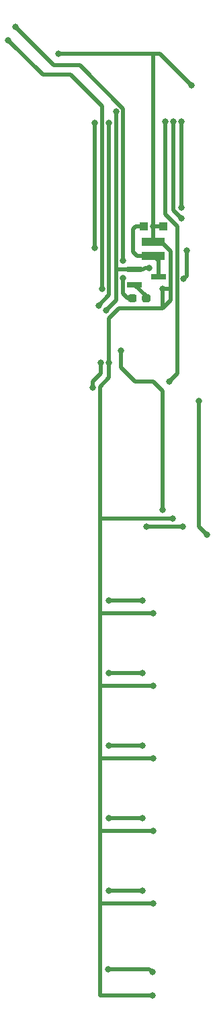
<source format=gbr>
G04 #@! TF.GenerationSoftware,KiCad,Pcbnew,(5.1.0)-1*
G04 #@! TF.CreationDate,2019-07-29T16:37:05-07:00*
G04 #@! TF.ProjectId,Watch V4,57617463-6820-4563-942e-6b696361645f,rev?*
G04 #@! TF.SameCoordinates,Original*
G04 #@! TF.FileFunction,Copper,L2,Bot*
G04 #@! TF.FilePolarity,Positive*
%FSLAX46Y46*%
G04 Gerber Fmt 4.6, Leading zero omitted, Abs format (unit mm)*
G04 Created by KiCad (PCBNEW (5.1.0)-1) date 2019-07-29 16:37:05*
%MOMM*%
%LPD*%
G04 APERTURE LIST*
%ADD10R,3.000000X1.000000*%
%ADD11R,1.000000X1.000000*%
%ADD12C,0.100000*%
%ADD13C,0.950000*%
%ADD14R,1.900000X0.800000*%
%ADD15C,0.800000*%
%ADD16C,0.500000*%
G04 APERTURE END LIST*
D10*
X153416000Y-60579000D03*
X153416000Y-58801000D03*
D11*
X152166000Y-56896000D03*
X154666000Y-56896000D03*
D12*
G36*
X151073779Y-65439144D02*
G01*
X151096834Y-65442563D01*
X151119443Y-65448227D01*
X151141387Y-65456079D01*
X151162457Y-65466044D01*
X151182448Y-65478026D01*
X151201168Y-65491910D01*
X151218438Y-65507562D01*
X151234090Y-65524832D01*
X151247974Y-65543552D01*
X151259956Y-65563543D01*
X151269921Y-65584613D01*
X151277773Y-65606557D01*
X151283437Y-65629166D01*
X151286856Y-65652221D01*
X151288000Y-65675500D01*
X151288000Y-66150500D01*
X151286856Y-66173779D01*
X151283437Y-66196834D01*
X151277773Y-66219443D01*
X151269921Y-66241387D01*
X151259956Y-66262457D01*
X151247974Y-66282448D01*
X151234090Y-66301168D01*
X151218438Y-66318438D01*
X151201168Y-66334090D01*
X151182448Y-66347974D01*
X151162457Y-66359956D01*
X151141387Y-66369921D01*
X151119443Y-66377773D01*
X151096834Y-66383437D01*
X151073779Y-66386856D01*
X151050500Y-66388000D01*
X150475500Y-66388000D01*
X150452221Y-66386856D01*
X150429166Y-66383437D01*
X150406557Y-66377773D01*
X150384613Y-66369921D01*
X150363543Y-66359956D01*
X150343552Y-66347974D01*
X150324832Y-66334090D01*
X150307562Y-66318438D01*
X150291910Y-66301168D01*
X150278026Y-66282448D01*
X150266044Y-66262457D01*
X150256079Y-66241387D01*
X150248227Y-66219443D01*
X150242563Y-66196834D01*
X150239144Y-66173779D01*
X150238000Y-66150500D01*
X150238000Y-65675500D01*
X150239144Y-65652221D01*
X150242563Y-65629166D01*
X150248227Y-65606557D01*
X150256079Y-65584613D01*
X150266044Y-65563543D01*
X150278026Y-65543552D01*
X150291910Y-65524832D01*
X150307562Y-65507562D01*
X150324832Y-65491910D01*
X150343552Y-65478026D01*
X150363543Y-65466044D01*
X150384613Y-65456079D01*
X150406557Y-65448227D01*
X150429166Y-65442563D01*
X150452221Y-65439144D01*
X150475500Y-65438000D01*
X151050500Y-65438000D01*
X151073779Y-65439144D01*
X151073779Y-65439144D01*
G37*
D13*
X150763000Y-65913000D03*
D12*
G36*
X152823779Y-65439144D02*
G01*
X152846834Y-65442563D01*
X152869443Y-65448227D01*
X152891387Y-65456079D01*
X152912457Y-65466044D01*
X152932448Y-65478026D01*
X152951168Y-65491910D01*
X152968438Y-65507562D01*
X152984090Y-65524832D01*
X152997974Y-65543552D01*
X153009956Y-65563543D01*
X153019921Y-65584613D01*
X153027773Y-65606557D01*
X153033437Y-65629166D01*
X153036856Y-65652221D01*
X153038000Y-65675500D01*
X153038000Y-66150500D01*
X153036856Y-66173779D01*
X153033437Y-66196834D01*
X153027773Y-66219443D01*
X153019921Y-66241387D01*
X153009956Y-66262457D01*
X152997974Y-66282448D01*
X152984090Y-66301168D01*
X152968438Y-66318438D01*
X152951168Y-66334090D01*
X152932448Y-66347974D01*
X152912457Y-66359956D01*
X152891387Y-66369921D01*
X152869443Y-66377773D01*
X152846834Y-66383437D01*
X152823779Y-66386856D01*
X152800500Y-66388000D01*
X152225500Y-66388000D01*
X152202221Y-66386856D01*
X152179166Y-66383437D01*
X152156557Y-66377773D01*
X152134613Y-66369921D01*
X152113543Y-66359956D01*
X152093552Y-66347974D01*
X152074832Y-66334090D01*
X152057562Y-66318438D01*
X152041910Y-66301168D01*
X152028026Y-66282448D01*
X152016044Y-66262457D01*
X152006079Y-66241387D01*
X151998227Y-66219443D01*
X151992563Y-66196834D01*
X151989144Y-66173779D01*
X151988000Y-66150500D01*
X151988000Y-65675500D01*
X151989144Y-65652221D01*
X151992563Y-65629166D01*
X151998227Y-65606557D01*
X152006079Y-65584613D01*
X152016044Y-65563543D01*
X152028026Y-65543552D01*
X152041910Y-65524832D01*
X152057562Y-65507562D01*
X152074832Y-65491910D01*
X152093552Y-65478026D01*
X152113543Y-65466044D01*
X152134613Y-65456079D01*
X152156557Y-65448227D01*
X152179166Y-65442563D01*
X152202221Y-65439144D01*
X152225500Y-65438000D01*
X152800500Y-65438000D01*
X152823779Y-65439144D01*
X152823779Y-65439144D01*
G37*
D13*
X152513000Y-65913000D03*
D14*
X151027000Y-64196000D03*
X151027000Y-62296000D03*
X154027000Y-63246000D03*
D15*
X156972000Y-54483000D03*
X154940000Y-43688000D03*
X155956000Y-43688000D03*
X156972000Y-43688000D03*
X156972000Y-55880000D03*
X157607000Y-59944000D03*
X157226000Y-63500000D03*
X154559000Y-64770000D03*
X153416000Y-56896000D03*
X153289000Y-153797000D03*
X153416000Y-142240000D03*
X153416000Y-133096000D03*
X153416000Y-123952000D03*
X153416000Y-114808000D03*
X153416000Y-105664000D03*
X158242000Y-39116000D03*
X141414500Y-35115500D03*
X155829000Y-93726000D03*
X147828000Y-74041000D03*
X147701000Y-150495000D03*
X147828000Y-140589000D03*
X152019000Y-140589000D03*
X147828000Y-131445000D03*
X152019000Y-131445000D03*
X147828000Y-122301000D03*
X152019000Y-122301000D03*
X147828000Y-113157000D03*
X152019000Y-113157000D03*
X147447000Y-67437000D03*
X148717000Y-42418000D03*
X146812000Y-74041000D03*
X145796000Y-77216000D03*
X152019000Y-104013000D03*
X147828000Y-104013000D03*
X153289000Y-150876000D03*
X152908000Y-62103000D03*
X159131000Y-78867000D03*
X160147000Y-95758000D03*
X149606000Y-63373000D03*
X149606000Y-61214000D03*
X136017000Y-31750000D03*
X147828000Y-43815000D03*
X146494500Y-66865500D03*
X157099000Y-94742000D03*
X155448000Y-76454000D03*
X152527000Y-94742000D03*
X146050000Y-59563000D03*
X146050000Y-43815000D03*
X135128000Y-33401000D03*
X154559000Y-92583000D03*
X146939000Y-64770000D03*
X149352000Y-72517000D03*
D16*
X156972000Y-44253685D02*
X156972000Y-54483000D01*
X156972000Y-43688000D02*
X156972000Y-44253685D01*
X155956000Y-54864000D02*
X155956000Y-43688000D01*
X156972000Y-55880000D02*
X155956000Y-54864000D01*
X153416000Y-142240000D02*
X146685000Y-142240000D01*
X153416000Y-133096000D02*
X146685000Y-133096000D01*
X153416000Y-123952000D02*
X146685000Y-123952000D01*
X153416000Y-114808000D02*
X146685000Y-114808000D01*
X158242000Y-39116000D02*
X154241500Y-35115500D01*
X147828000Y-68453000D02*
X147828000Y-72898000D01*
X149098000Y-67183000D02*
X147828000Y-68453000D01*
X147828000Y-72898000D02*
X147828000Y-74041000D01*
X147828000Y-74041000D02*
X147828000Y-75411963D01*
X147828000Y-75411963D02*
X147828000Y-75946000D01*
X147828000Y-75946000D02*
X146685000Y-77089000D01*
X148590000Y-93726000D02*
X146685000Y-93726000D01*
X155829000Y-93726000D02*
X148590000Y-93726000D01*
X146685000Y-77089000D02*
X146685000Y-93726000D01*
X153416000Y-105664000D02*
X146685000Y-105664000D01*
X146685000Y-93726000D02*
X146685000Y-105664000D01*
X152723315Y-153797000D02*
X146685000Y-153797000D01*
X153289000Y-153797000D02*
X152723315Y-153797000D01*
X146685000Y-105664000D02*
X146685000Y-153797000D01*
X154666000Y-56896000D02*
X154666000Y-56662000D01*
X153416000Y-58801000D02*
X154416000Y-58801000D01*
X153416000Y-56896000D02*
X154666000Y-56896000D01*
X153416000Y-56896000D02*
X153416000Y-58801000D01*
X154559000Y-65335685D02*
X154559000Y-67183000D01*
X154559000Y-64770000D02*
X154559000Y-65335685D01*
X154559000Y-67183000D02*
X149098000Y-67183000D01*
X153416000Y-35179000D02*
X153416000Y-56896000D01*
X153479500Y-35115500D02*
X153416000Y-35179000D01*
X153479500Y-35115500D02*
X141414500Y-35115500D01*
X154241500Y-35115500D02*
X153479500Y-35115500D01*
X154416000Y-58801000D02*
X155575000Y-59960000D01*
X155575000Y-66167000D02*
X154559000Y-67183000D01*
X155124685Y-64770000D02*
X155575000Y-64770000D01*
X154559000Y-64770000D02*
X155124685Y-64770000D01*
X155575000Y-59960000D02*
X155575000Y-64770000D01*
X155575000Y-64770000D02*
X155575000Y-66167000D01*
X151453315Y-140589000D02*
X147828000Y-140589000D01*
X152019000Y-140589000D02*
X151453315Y-140589000D01*
X151453315Y-131445000D02*
X147828000Y-131445000D01*
X152019000Y-131445000D02*
X151453315Y-131445000D01*
X151453315Y-122301000D02*
X147828000Y-122301000D01*
X152019000Y-122301000D02*
X151453315Y-122301000D01*
X151453315Y-113157000D02*
X147828000Y-113157000D01*
X152019000Y-113157000D02*
X151453315Y-113157000D01*
X150477000Y-62296000D02*
X151027000Y-62296000D01*
X148783000Y-62296000D02*
X148717000Y-62230000D01*
X151027000Y-62296000D02*
X148783000Y-62296000D01*
X148717000Y-64056000D02*
X148717000Y-62230000D01*
X148717000Y-62230000D02*
X148717000Y-58293000D01*
X148717000Y-55118000D02*
X148717000Y-58293000D01*
X148717000Y-42418000D02*
X148717000Y-55118000D01*
X148717000Y-66040000D02*
X148717000Y-65913000D01*
X148717000Y-65913000D02*
X148717000Y-64056000D01*
X148717000Y-66167000D02*
X147447000Y-67437000D01*
X148717000Y-65913000D02*
X148717000Y-66167000D01*
X146812000Y-75438000D02*
X146812000Y-74041000D01*
X145796000Y-76454000D02*
X146812000Y-75438000D01*
X145796000Y-77216000D02*
X145796000Y-76454000D01*
X152019000Y-104013000D02*
X151453315Y-104013000D01*
X151453315Y-104013000D02*
X147828000Y-104013000D01*
X147828000Y-104013000D02*
X147828000Y-104013000D01*
X147701000Y-150495000D02*
X148266685Y-150495000D01*
X148266685Y-150495000D02*
X152908000Y-150495000D01*
X152908000Y-150495000D02*
X153289000Y-150876000D01*
X153289000Y-150876000D02*
X153289000Y-150876000D01*
X152908000Y-62103000D02*
X152908000Y-62103000D01*
X157607000Y-63119000D02*
X157226000Y-63500000D01*
X157607000Y-59944000D02*
X157607000Y-63119000D01*
X152149315Y-62296000D02*
X152080000Y-62296000D01*
X152342315Y-62103000D02*
X152149315Y-62296000D01*
X152908000Y-62103000D02*
X152342315Y-62103000D01*
X151027000Y-62296000D02*
X152080000Y-62296000D01*
X151166000Y-56896000D02*
X150876000Y-57186000D01*
X152166000Y-56896000D02*
X151166000Y-56896000D01*
X150876000Y-57186000D02*
X150876000Y-60071000D01*
X151384000Y-60579000D02*
X153416000Y-60579000D01*
X150876000Y-60071000D02*
X151384000Y-60579000D01*
X154027000Y-61190000D02*
X153416000Y-60579000D01*
X154027000Y-63246000D02*
X154027000Y-61190000D01*
X159131000Y-94742000D02*
X160147000Y-95758000D01*
X159131000Y-78867000D02*
X159131000Y-94742000D01*
X151027000Y-64196000D02*
X151445000Y-64196000D01*
X152513000Y-65682000D02*
X151027000Y-64196000D01*
X152513000Y-65913000D02*
X152513000Y-65682000D01*
X149606000Y-64770000D02*
X149606000Y-63373000D01*
X149606000Y-65335685D02*
X149606000Y-64770000D01*
X150763000Y-65913000D02*
X150183315Y-65913000D01*
X150183315Y-65913000D02*
X149606000Y-65335685D01*
X140843000Y-36576000D02*
X136017000Y-31750000D01*
X144133002Y-36576000D02*
X140843000Y-36576000D01*
X149606000Y-42048998D02*
X144133002Y-36576000D01*
X149606000Y-61214000D02*
X149606000Y-42048998D01*
X147828000Y-43815000D02*
X147828000Y-43815000D01*
X147828000Y-65532000D02*
X146494500Y-66865500D01*
X147828000Y-43815000D02*
X147828000Y-65532000D01*
X157099000Y-94742000D02*
X152527000Y-94742000D01*
X154940000Y-55359998D02*
X154940000Y-43688000D01*
X156470001Y-75431999D02*
X155448000Y-76454000D01*
X156470001Y-56889999D02*
X156470001Y-75431999D01*
X156470001Y-56889999D02*
X154940000Y-55359998D01*
X146050000Y-59563000D02*
X146050000Y-43815000D01*
X146050000Y-43815000D02*
X146050000Y-43815000D01*
X142973158Y-37747842D02*
X139474842Y-37747842D01*
X139474842Y-37747842D02*
X135128000Y-33401000D01*
X146939000Y-41713684D02*
X142973158Y-37747842D01*
X146939000Y-64770000D02*
X146939000Y-41713684D01*
X154559000Y-77597000D02*
X153416000Y-76454000D01*
X154559000Y-92583000D02*
X154559000Y-77597000D01*
X149352000Y-74676000D02*
X151130000Y-76454000D01*
X153416000Y-76454000D02*
X151130000Y-76454000D01*
X149352000Y-74676000D02*
X149352000Y-74041000D01*
X149352000Y-74041000D02*
X149352000Y-72517000D01*
M02*

</source>
